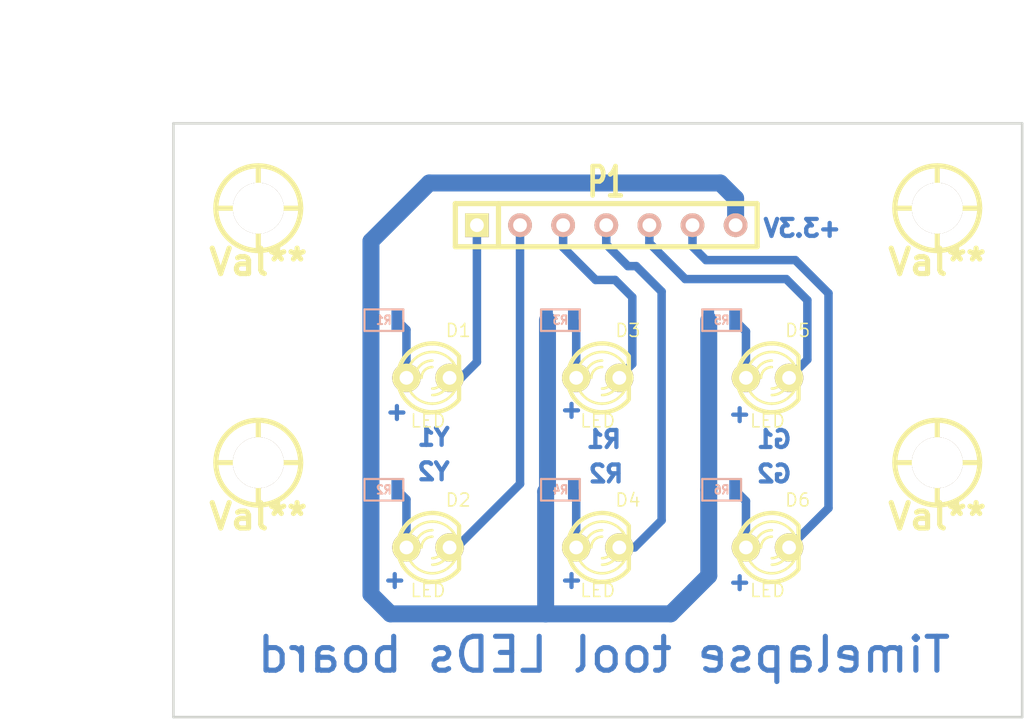
<source format=kicad_pcb>
(kicad_pcb (version 3) (host pcbnew "(2013-feb-26)-stable")

  (general
    (links 18)
    (no_connects 0)
    (area 55.730227 47.18873 83.841401 74.414001)
    (thickness 1.6)
    (drawings 20)
    (tracks 75)
    (zones 0)
    (modules 17)
    (nets 14)
  )

  (page A3)
  (layers
    (15 F.Cu signal)
    (0 B.Cu signal)
    (16 B.Adhes user)
    (17 F.Adhes user)
    (18 B.Paste user)
    (19 F.Paste user)
    (20 B.SilkS user)
    (21 F.SilkS user)
    (22 B.Mask user)
    (23 F.Mask user)
    (24 Dwgs.User user)
    (25 Cmts.User user)
    (26 Eco1.User user)
    (27 Eco2.User user)
    (28 Edge.Cuts user)
  )

  (setup
    (last_trace_width 0.5)
    (trace_clearance 0.254)
    (zone_clearance 0.508)
    (zone_45_only no)
    (trace_min 0.5)
    (segment_width 0.2)
    (edge_width 0.15)
    (via_size 0.889)
    (via_drill 0.635)
    (via_min_size 0.889)
    (via_min_drill 0.508)
    (uvia_size 0.508)
    (uvia_drill 0.127)
    (uvias_allowed no)
    (uvia_min_size 0.508)
    (uvia_min_drill 0.127)
    (pcb_text_width 0.3)
    (pcb_text_size 1 1)
    (mod_edge_width 0.15)
    (mod_text_size 1 1)
    (mod_text_width 0.15)
    (pad_size 1 1)
    (pad_drill 0.6)
    (pad_to_mask_clearance 0)
    (aux_axis_origin 0 0)
    (visible_elements FFFFFFBF)
    (pcbplotparams
      (layerselection 3178497)
      (usegerberextensions true)
      (excludeedgelayer true)
      (linewidth 152400)
      (plotframeref false)
      (viasonmask false)
      (mode 1)
      (useauxorigin false)
      (hpglpennumber 1)
      (hpglpenspeed 20)
      (hpglpendiameter 15)
      (hpglpenoverlay 2)
      (psnegative false)
      (psa4output false)
      (plotreference true)
      (plotvalue true)
      (plotothertext true)
      (plotinvisibletext false)
      (padsonsilk false)
      (subtractmaskfromsilk false)
      (outputformat 1)
      (mirror false)
      (drillshape 1)
      (scaleselection 1)
      (outputdirectory ""))
  )

  (net 0 "")
  (net 1 /+3.3V)
  (net 2 /G1)
  (net 3 /G2)
  (net 4 /R1)
  (net 5 /R2)
  (net 6 /Y1)
  (net 7 /Y2)
  (net 8 N-0000010)
  (net 9 N-0000011)
  (net 10 N-0000012)
  (net 11 N-0000013)
  (net 12 N-000007)
  (net 13 N-000008)

  (net_class Default "This is the default net class."
    (clearance 0.254)
    (trace_width 0.5)
    (via_dia 0.889)
    (via_drill 0.635)
    (uvia_dia 0.508)
    (uvia_drill 0.127)
    (add_net "")
    (add_net /G1)
    (add_net /G2)
    (add_net /R1)
    (add_net /R2)
    (add_net /Y1)
    (add_net /Y2)
    (add_net N-0000010)
    (add_net N-0000011)
    (add_net N-0000012)
    (add_net N-0000013)
    (add_net N-000007)
    (add_net N-000008)
  )

  (net_class WIDE ""
    (clearance 0.254)
    (trace_width 1)
    (via_dia 0.889)
    (via_drill 0.635)
    (uvia_dia 0.508)
    (uvia_drill 0.127)
    (add_net /+3.3V)
  )

  (module SM0603 (layer B.Cu) (tedit 4E43A3D1) (tstamp 55F14ADA)
    (at 57.4 56.6)
    (path /55F14522)
    (attr smd)
    (fp_text reference R1 (at 0 0) (layer B.SilkS)
      (effects (font (size 0.508 0.4572) (thickness 0.1143)) (justify mirror))
    )
    (fp_text value 100 (at 0 0) (layer B.SilkS) hide
      (effects (font (size 0.508 0.4572) (thickness 0.1143)) (justify mirror))
    )
    (fp_line (start -1.143 0.635) (end 1.143 0.635) (layer B.SilkS) (width 0.127))
    (fp_line (start 1.143 0.635) (end 1.143 -0.635) (layer B.SilkS) (width 0.127))
    (fp_line (start 1.143 -0.635) (end -1.143 -0.635) (layer B.SilkS) (width 0.127))
    (fp_line (start -1.143 -0.635) (end -1.143 0.635) (layer B.SilkS) (width 0.127))
    (pad 1 smd rect (at -0.762 0) (size 0.635 1.143)
      (layers B.Cu B.Paste B.Mask)
      (net 1 /+3.3V)
    )
    (pad 2 smd rect (at 0.762 0) (size 0.635 1.143)
      (layers B.Cu B.Paste B.Mask)
      (net 8 N-0000010)
    )
    (model smd\resistors\R0603.wrl
      (at (xyz 0 0 0.001))
      (scale (xyz 0.5 0.5 0.5))
      (rotate (xyz 0 0 0))
    )
  )

  (module SM0603 (layer B.Cu) (tedit 4E43A3D1) (tstamp 55F14AE4)
    (at 57.4 66.6)
    (path /55F1496F)
    (attr smd)
    (fp_text reference R2 (at 0 0) (layer B.SilkS)
      (effects (font (size 0.508 0.4572) (thickness 0.1143)) (justify mirror))
    )
    (fp_text value 100 (at 0 0) (layer B.SilkS) hide
      (effects (font (size 0.508 0.4572) (thickness 0.1143)) (justify mirror))
    )
    (fp_line (start -1.143 0.635) (end 1.143 0.635) (layer B.SilkS) (width 0.127))
    (fp_line (start 1.143 0.635) (end 1.143 -0.635) (layer B.SilkS) (width 0.127))
    (fp_line (start 1.143 -0.635) (end -1.143 -0.635) (layer B.SilkS) (width 0.127))
    (fp_line (start -1.143 -0.635) (end -1.143 0.635) (layer B.SilkS) (width 0.127))
    (pad 1 smd rect (at -0.762 0) (size 0.635 1.143)
      (layers B.Cu B.Paste B.Mask)
      (net 1 /+3.3V)
    )
    (pad 2 smd rect (at 0.762 0) (size 0.635 1.143)
      (layers B.Cu B.Paste B.Mask)
      (net 12 N-000007)
    )
    (model smd\resistors\R0603.wrl
      (at (xyz 0 0 0.001))
      (scale (xyz 0.5 0.5 0.5))
      (rotate (xyz 0 0 0))
    )
  )

  (module SM0603 (layer B.Cu) (tedit 4E43A3D1) (tstamp 55F14AEE)
    (at 67.8 56.6)
    (path /55F1497C)
    (attr smd)
    (fp_text reference R3 (at 0 0) (layer B.SilkS)
      (effects (font (size 0.508 0.4572) (thickness 0.1143)) (justify mirror))
    )
    (fp_text value 100 (at 0 0) (layer B.SilkS) hide
      (effects (font (size 0.508 0.4572) (thickness 0.1143)) (justify mirror))
    )
    (fp_line (start -1.143 0.635) (end 1.143 0.635) (layer B.SilkS) (width 0.127))
    (fp_line (start 1.143 0.635) (end 1.143 -0.635) (layer B.SilkS) (width 0.127))
    (fp_line (start 1.143 -0.635) (end -1.143 -0.635) (layer B.SilkS) (width 0.127))
    (fp_line (start -1.143 -0.635) (end -1.143 0.635) (layer B.SilkS) (width 0.127))
    (pad 1 smd rect (at -0.762 0) (size 0.635 1.143)
      (layers B.Cu B.Paste B.Mask)
      (net 1 /+3.3V)
    )
    (pad 2 smd rect (at 0.762 0) (size 0.635 1.143)
      (layers B.Cu B.Paste B.Mask)
      (net 13 N-000008)
    )
    (model smd\resistors\R0603.wrl
      (at (xyz 0 0 0.001))
      (scale (xyz 0.5 0.5 0.5))
      (rotate (xyz 0 0 0))
    )
  )

  (module SM0603 (layer B.Cu) (tedit 4E43A3D1) (tstamp 55F14AF8)
    (at 67.8 66.6)
    (path /55F14989)
    (attr smd)
    (fp_text reference R4 (at 0 0) (layer B.SilkS)
      (effects (font (size 0.508 0.4572) (thickness 0.1143)) (justify mirror))
    )
    (fp_text value 100 (at 0 0) (layer B.SilkS) hide
      (effects (font (size 0.508 0.4572) (thickness 0.1143)) (justify mirror))
    )
    (fp_line (start -1.143 0.635) (end 1.143 0.635) (layer B.SilkS) (width 0.127))
    (fp_line (start 1.143 0.635) (end 1.143 -0.635) (layer B.SilkS) (width 0.127))
    (fp_line (start 1.143 -0.635) (end -1.143 -0.635) (layer B.SilkS) (width 0.127))
    (fp_line (start -1.143 -0.635) (end -1.143 0.635) (layer B.SilkS) (width 0.127))
    (pad 1 smd rect (at -0.762 0) (size 0.635 1.143)
      (layers B.Cu B.Paste B.Mask)
      (net 1 /+3.3V)
    )
    (pad 2 smd rect (at 0.762 0) (size 0.635 1.143)
      (layers B.Cu B.Paste B.Mask)
      (net 9 N-0000011)
    )
    (model smd\resistors\R0603.wrl
      (at (xyz 0 0 0.001))
      (scale (xyz 0.5 0.5 0.5))
      (rotate (xyz 0 0 0))
    )
  )

  (module SM0603 (layer B.Cu) (tedit 4E43A3D1) (tstamp 55F14B02)
    (at 77.3 56.6)
    (path /55F14996)
    (attr smd)
    (fp_text reference R5 (at 0 0) (layer B.SilkS)
      (effects (font (size 0.508 0.4572) (thickness 0.1143)) (justify mirror))
    )
    (fp_text value 100 (at 0 0) (layer B.SilkS) hide
      (effects (font (size 0.508 0.4572) (thickness 0.1143)) (justify mirror))
    )
    (fp_line (start -1.143 0.635) (end 1.143 0.635) (layer B.SilkS) (width 0.127))
    (fp_line (start 1.143 0.635) (end 1.143 -0.635) (layer B.SilkS) (width 0.127))
    (fp_line (start 1.143 -0.635) (end -1.143 -0.635) (layer B.SilkS) (width 0.127))
    (fp_line (start -1.143 -0.635) (end -1.143 0.635) (layer B.SilkS) (width 0.127))
    (pad 1 smd rect (at -0.762 0) (size 0.635 1.143)
      (layers B.Cu B.Paste B.Mask)
      (net 1 /+3.3V)
    )
    (pad 2 smd rect (at 0.762 0) (size 0.635 1.143)
      (layers B.Cu B.Paste B.Mask)
      (net 10 N-0000012)
    )
    (model smd\resistors\R0603.wrl
      (at (xyz 0 0 0.001))
      (scale (xyz 0.5 0.5 0.5))
      (rotate (xyz 0 0 0))
    )
  )

  (module SM0603 (layer B.Cu) (tedit 4E43A3D1) (tstamp 55F14B0C)
    (at 77.3 66.6)
    (path /55F149A3)
    (attr smd)
    (fp_text reference R6 (at 0 0) (layer B.SilkS)
      (effects (font (size 0.508 0.4572) (thickness 0.1143)) (justify mirror))
    )
    (fp_text value 100 (at 0 0) (layer B.SilkS) hide
      (effects (font (size 0.508 0.4572) (thickness 0.1143)) (justify mirror))
    )
    (fp_line (start -1.143 0.635) (end 1.143 0.635) (layer B.SilkS) (width 0.127))
    (fp_line (start 1.143 0.635) (end 1.143 -0.635) (layer B.SilkS) (width 0.127))
    (fp_line (start 1.143 -0.635) (end -1.143 -0.635) (layer B.SilkS) (width 0.127))
    (fp_line (start -1.143 -0.635) (end -1.143 0.635) (layer B.SilkS) (width 0.127))
    (pad 1 smd rect (at -0.762 0) (size 0.635 1.143)
      (layers B.Cu B.Paste B.Mask)
      (net 1 /+3.3V)
    )
    (pad 2 smd rect (at 0.762 0) (size 0.635 1.143)
      (layers B.Cu B.Paste B.Mask)
      (net 11 N-0000013)
    )
    (model smd\resistors\R0603.wrl
      (at (xyz 0 0 0.001))
      (scale (xyz 0.5 0.5 0.5))
      (rotate (xyz 0 0 0))
    )
  )

  (module SIL-7 (layer F.Cu) (tedit 200000) (tstamp 55F14B1E)
    (at 70.5 51)
    (descr "Connecteur 7 pins")
    (tags "CONN DEV")
    (path /55F149BB)
    (fp_text reference P1 (at 0 -2.54) (layer F.SilkS)
      (effects (font (size 1.72974 1.08712) (thickness 0.3048)))
    )
    (fp_text value CONN_7 (at 0 -2.54) (layer F.SilkS) hide
      (effects (font (size 1.524 1.016) (thickness 0.3048)))
    )
    (fp_line (start -8.89 -1.27) (end -8.89 -1.27) (layer F.SilkS) (width 0.3048))
    (fp_line (start -8.89 -1.27) (end 8.89 -1.27) (layer F.SilkS) (width 0.3048))
    (fp_line (start 8.89 -1.27) (end 8.89 1.27) (layer F.SilkS) (width 0.3048))
    (fp_line (start 8.89 1.27) (end -8.89 1.27) (layer F.SilkS) (width 0.3048))
    (fp_line (start -8.89 1.27) (end -8.89 -1.27) (layer F.SilkS) (width 0.3048))
    (fp_line (start -6.35 1.27) (end -6.35 1.27) (layer F.SilkS) (width 0.3048))
    (fp_line (start -6.35 1.27) (end -6.35 -1.27) (layer F.SilkS) (width 0.3048))
    (pad 1 thru_hole rect (at -7.62 0) (size 1.397 1.397) (drill 0.8128)
      (layers *.Cu *.Mask F.SilkS)
      (net 6 /Y1)
    )
    (pad 2 thru_hole circle (at -5.08 0) (size 1.397 1.397) (drill 0.8128)
      (layers *.Cu *.SilkS *.Mask)
      (net 7 /Y2)
    )
    (pad 3 thru_hole circle (at -2.54 0) (size 1.397 1.397) (drill 0.8128)
      (layers *.Cu *.SilkS *.Mask)
      (net 4 /R1)
    )
    (pad 4 thru_hole circle (at 0 0) (size 1.397 1.397) (drill 0.8128)
      (layers *.Cu *.SilkS *.Mask)
      (net 5 /R2)
    )
    (pad 5 thru_hole circle (at 2.54 0) (size 1.397 1.397) (drill 0.8128)
      (layers *.Cu *.SilkS *.Mask)
      (net 2 /G1)
    )
    (pad 6 thru_hole circle (at 5.08 0) (size 1.397 1.397) (drill 0.8128)
      (layers *.Cu *.SilkS *.Mask)
      (net 3 /G2)
    )
    (pad 7 thru_hole circle (at 7.62 0) (size 1.397 1.397) (drill 0.8128)
      (layers *.Cu *.SilkS *.Mask)
      (net 1 /+3.3V)
    )
  )

  (module LED-3MM (layer F.Cu) (tedit 49BFA23B) (tstamp 55F14B37)
    (at 60 60)
    (descr "LED 3mm - Lead pitch 100mil (2,54mm)")
    (tags "LED led 3mm 3MM 100mil 2,54mm")
    (path /55F14513)
    (fp_text reference D1 (at 1.778 -2.794) (layer F.SilkS)
      (effects (font (size 0.762 0.762) (thickness 0.0889)))
    )
    (fp_text value LED (at 0 2.54) (layer F.SilkS)
      (effects (font (size 0.762 0.762) (thickness 0.0889)))
    )
    (fp_line (start 1.8288 1.27) (end 1.8288 -1.27) (layer F.SilkS) (width 0.254))
    (fp_arc (start 0.254 0) (end -1.27 0) (angle 39.8) (layer F.SilkS) (width 0.1524))
    (fp_arc (start 0.254 0) (end -0.88392 1.01092) (angle 41.6) (layer F.SilkS) (width 0.1524))
    (fp_arc (start 0.254 0) (end 1.4097 -0.9906) (angle 40.6) (layer F.SilkS) (width 0.1524))
    (fp_arc (start 0.254 0) (end 1.778 0) (angle 39.8) (layer F.SilkS) (width 0.1524))
    (fp_arc (start 0.254 0) (end 0.254 -1.524) (angle 54.4) (layer F.SilkS) (width 0.1524))
    (fp_arc (start 0.254 0) (end -0.9652 -0.9144) (angle 53.1) (layer F.SilkS) (width 0.1524))
    (fp_arc (start 0.254 0) (end 1.45542 0.93472) (angle 52.1) (layer F.SilkS) (width 0.1524))
    (fp_arc (start 0.254 0) (end 0.254 1.524) (angle 52.1) (layer F.SilkS) (width 0.1524))
    (fp_arc (start 0.254 0) (end -0.381 0) (angle 90) (layer F.SilkS) (width 0.1524))
    (fp_arc (start 0.254 0) (end -0.762 0) (angle 90) (layer F.SilkS) (width 0.1524))
    (fp_arc (start 0.254 0) (end 0.889 0) (angle 90) (layer F.SilkS) (width 0.1524))
    (fp_arc (start 0.254 0) (end 1.27 0) (angle 90) (layer F.SilkS) (width 0.1524))
    (fp_arc (start 0.254 0) (end 0.254 -2.032) (angle 50.1) (layer F.SilkS) (width 0.254))
    (fp_arc (start 0.254 0) (end -1.5367 -0.95504) (angle 61.9) (layer F.SilkS) (width 0.254))
    (fp_arc (start 0.254 0) (end 1.8034 1.31064) (angle 49.7) (layer F.SilkS) (width 0.254))
    (fp_arc (start 0.254 0) (end 0.254 2.032) (angle 60.2) (layer F.SilkS) (width 0.254))
    (fp_arc (start 0.254 0) (end -1.778 0) (angle 28.3) (layer F.SilkS) (width 0.254))
    (fp_arc (start 0.254 0) (end -1.47574 1.06426) (angle 31.6) (layer F.SilkS) (width 0.254))
    (pad 1 thru_hole circle (at -1.27 0) (size 1.6764 1.6764) (drill 0.8128)
      (layers *.Cu F.Paste F.SilkS F.Mask)
      (net 8 N-0000010)
    )
    (pad 2 thru_hole circle (at 1.27 0) (size 1.6764 1.6764) (drill 0.8128)
      (layers *.Cu F.Paste F.SilkS F.Mask)
      (net 6 /Y1)
    )
    (model discret/leds/led3_vertical_verde.wrl
      (at (xyz 0 0 0))
      (scale (xyz 1 1 1))
      (rotate (xyz 0 0 0))
    )
  )

  (module LED-3MM (layer F.Cu) (tedit 49BFA23B) (tstamp 55F14B50)
    (at 60 70)
    (descr "LED 3mm - Lead pitch 100mil (2,54mm)")
    (tags "LED led 3mm 3MM 100mil 2,54mm")
    (path /55F14969)
    (fp_text reference D2 (at 1.778 -2.794) (layer F.SilkS)
      (effects (font (size 0.762 0.762) (thickness 0.0889)))
    )
    (fp_text value LED (at 0 2.54) (layer F.SilkS)
      (effects (font (size 0.762 0.762) (thickness 0.0889)))
    )
    (fp_line (start 1.8288 1.27) (end 1.8288 -1.27) (layer F.SilkS) (width 0.254))
    (fp_arc (start 0.254 0) (end -1.27 0) (angle 39.8) (layer F.SilkS) (width 0.1524))
    (fp_arc (start 0.254 0) (end -0.88392 1.01092) (angle 41.6) (layer F.SilkS) (width 0.1524))
    (fp_arc (start 0.254 0) (end 1.4097 -0.9906) (angle 40.6) (layer F.SilkS) (width 0.1524))
    (fp_arc (start 0.254 0) (end 1.778 0) (angle 39.8) (layer F.SilkS) (width 0.1524))
    (fp_arc (start 0.254 0) (end 0.254 -1.524) (angle 54.4) (layer F.SilkS) (width 0.1524))
    (fp_arc (start 0.254 0) (end -0.9652 -0.9144) (angle 53.1) (layer F.SilkS) (width 0.1524))
    (fp_arc (start 0.254 0) (end 1.45542 0.93472) (angle 52.1) (layer F.SilkS) (width 0.1524))
    (fp_arc (start 0.254 0) (end 0.254 1.524) (angle 52.1) (layer F.SilkS) (width 0.1524))
    (fp_arc (start 0.254 0) (end -0.381 0) (angle 90) (layer F.SilkS) (width 0.1524))
    (fp_arc (start 0.254 0) (end -0.762 0) (angle 90) (layer F.SilkS) (width 0.1524))
    (fp_arc (start 0.254 0) (end 0.889 0) (angle 90) (layer F.SilkS) (width 0.1524))
    (fp_arc (start 0.254 0) (end 1.27 0) (angle 90) (layer F.SilkS) (width 0.1524))
    (fp_arc (start 0.254 0) (end 0.254 -2.032) (angle 50.1) (layer F.SilkS) (width 0.254))
    (fp_arc (start 0.254 0) (end -1.5367 -0.95504) (angle 61.9) (layer F.SilkS) (width 0.254))
    (fp_arc (start 0.254 0) (end 1.8034 1.31064) (angle 49.7) (layer F.SilkS) (width 0.254))
    (fp_arc (start 0.254 0) (end 0.254 2.032) (angle 60.2) (layer F.SilkS) (width 0.254))
    (fp_arc (start 0.254 0) (end -1.778 0) (angle 28.3) (layer F.SilkS) (width 0.254))
    (fp_arc (start 0.254 0) (end -1.47574 1.06426) (angle 31.6) (layer F.SilkS) (width 0.254))
    (pad 1 thru_hole circle (at -1.27 0) (size 1.6764 1.6764) (drill 0.8128)
      (layers *.Cu F.Paste F.SilkS F.Mask)
      (net 12 N-000007)
    )
    (pad 2 thru_hole circle (at 1.27 0) (size 1.6764 1.6764) (drill 0.8128)
      (layers *.Cu F.Paste F.SilkS F.Mask)
      (net 7 /Y2)
    )
    (model discret/leds/led3_vertical_verde.wrl
      (at (xyz 0 0 0))
      (scale (xyz 1 1 1))
      (rotate (xyz 0 0 0))
    )
  )

  (module LED-3MM (layer F.Cu) (tedit 49BFA23B) (tstamp 55F14B69)
    (at 70 60)
    (descr "LED 3mm - Lead pitch 100mil (2,54mm)")
    (tags "LED led 3mm 3MM 100mil 2,54mm")
    (path /55F14976)
    (fp_text reference D3 (at 1.778 -2.794) (layer F.SilkS)
      (effects (font (size 0.762 0.762) (thickness 0.0889)))
    )
    (fp_text value LED (at 0 2.54) (layer F.SilkS)
      (effects (font (size 0.762 0.762) (thickness 0.0889)))
    )
    (fp_line (start 1.8288 1.27) (end 1.8288 -1.27) (layer F.SilkS) (width 0.254))
    (fp_arc (start 0.254 0) (end -1.27 0) (angle 39.8) (layer F.SilkS) (width 0.1524))
    (fp_arc (start 0.254 0) (end -0.88392 1.01092) (angle 41.6) (layer F.SilkS) (width 0.1524))
    (fp_arc (start 0.254 0) (end 1.4097 -0.9906) (angle 40.6) (layer F.SilkS) (width 0.1524))
    (fp_arc (start 0.254 0) (end 1.778 0) (angle 39.8) (layer F.SilkS) (width 0.1524))
    (fp_arc (start 0.254 0) (end 0.254 -1.524) (angle 54.4) (layer F.SilkS) (width 0.1524))
    (fp_arc (start 0.254 0) (end -0.9652 -0.9144) (angle 53.1) (layer F.SilkS) (width 0.1524))
    (fp_arc (start 0.254 0) (end 1.45542 0.93472) (angle 52.1) (layer F.SilkS) (width 0.1524))
    (fp_arc (start 0.254 0) (end 0.254 1.524) (angle 52.1) (layer F.SilkS) (width 0.1524))
    (fp_arc (start 0.254 0) (end -0.381 0) (angle 90) (layer F.SilkS) (width 0.1524))
    (fp_arc (start 0.254 0) (end -0.762 0) (angle 90) (layer F.SilkS) (width 0.1524))
    (fp_arc (start 0.254 0) (end 0.889 0) (angle 90) (layer F.SilkS) (width 0.1524))
    (fp_arc (start 0.254 0) (end 1.27 0) (angle 90) (layer F.SilkS) (width 0.1524))
    (fp_arc (start 0.254 0) (end 0.254 -2.032) (angle 50.1) (layer F.SilkS) (width 0.254))
    (fp_arc (start 0.254 0) (end -1.5367 -0.95504) (angle 61.9) (layer F.SilkS) (width 0.254))
    (fp_arc (start 0.254 0) (end 1.8034 1.31064) (angle 49.7) (layer F.SilkS) (width 0.254))
    (fp_arc (start 0.254 0) (end 0.254 2.032) (angle 60.2) (layer F.SilkS) (width 0.254))
    (fp_arc (start 0.254 0) (end -1.778 0) (angle 28.3) (layer F.SilkS) (width 0.254))
    (fp_arc (start 0.254 0) (end -1.47574 1.06426) (angle 31.6) (layer F.SilkS) (width 0.254))
    (pad 1 thru_hole circle (at -1.27 0) (size 1.6764 1.6764) (drill 0.8128)
      (layers *.Cu F.Paste F.SilkS F.Mask)
      (net 13 N-000008)
    )
    (pad 2 thru_hole circle (at 1.27 0) (size 1.6764 1.6764) (drill 0.8128)
      (layers *.Cu F.Paste F.SilkS F.Mask)
      (net 4 /R1)
    )
    (model discret/leds/led3_vertical_verde.wrl
      (at (xyz 0 0 0))
      (scale (xyz 1 1 1))
      (rotate (xyz 0 0 0))
    )
  )

  (module LED-3MM (layer F.Cu) (tedit 49BFA23B) (tstamp 55F14B82)
    (at 70 70)
    (descr "LED 3mm - Lead pitch 100mil (2,54mm)")
    (tags "LED led 3mm 3MM 100mil 2,54mm")
    (path /55F14983)
    (fp_text reference D4 (at 1.778 -2.794) (layer F.SilkS)
      (effects (font (size 0.762 0.762) (thickness 0.0889)))
    )
    (fp_text value LED (at 0 2.54) (layer F.SilkS)
      (effects (font (size 0.762 0.762) (thickness 0.0889)))
    )
    (fp_line (start 1.8288 1.27) (end 1.8288 -1.27) (layer F.SilkS) (width 0.254))
    (fp_arc (start 0.254 0) (end -1.27 0) (angle 39.8) (layer F.SilkS) (width 0.1524))
    (fp_arc (start 0.254 0) (end -0.88392 1.01092) (angle 41.6) (layer F.SilkS) (width 0.1524))
    (fp_arc (start 0.254 0) (end 1.4097 -0.9906) (angle 40.6) (layer F.SilkS) (width 0.1524))
    (fp_arc (start 0.254 0) (end 1.778 0) (angle 39.8) (layer F.SilkS) (width 0.1524))
    (fp_arc (start 0.254 0) (end 0.254 -1.524) (angle 54.4) (layer F.SilkS) (width 0.1524))
    (fp_arc (start 0.254 0) (end -0.9652 -0.9144) (angle 53.1) (layer F.SilkS) (width 0.1524))
    (fp_arc (start 0.254 0) (end 1.45542 0.93472) (angle 52.1) (layer F.SilkS) (width 0.1524))
    (fp_arc (start 0.254 0) (end 0.254 1.524) (angle 52.1) (layer F.SilkS) (width 0.1524))
    (fp_arc (start 0.254 0) (end -0.381 0) (angle 90) (layer F.SilkS) (width 0.1524))
    (fp_arc (start 0.254 0) (end -0.762 0) (angle 90) (layer F.SilkS) (width 0.1524))
    (fp_arc (start 0.254 0) (end 0.889 0) (angle 90) (layer F.SilkS) (width 0.1524))
    (fp_arc (start 0.254 0) (end 1.27 0) (angle 90) (layer F.SilkS) (width 0.1524))
    (fp_arc (start 0.254 0) (end 0.254 -2.032) (angle 50.1) (layer F.SilkS) (width 0.254))
    (fp_arc (start 0.254 0) (end -1.5367 -0.95504) (angle 61.9) (layer F.SilkS) (width 0.254))
    (fp_arc (start 0.254 0) (end 1.8034 1.31064) (angle 49.7) (layer F.SilkS) (width 0.254))
    (fp_arc (start 0.254 0) (end 0.254 2.032) (angle 60.2) (layer F.SilkS) (width 0.254))
    (fp_arc (start 0.254 0) (end -1.778 0) (angle 28.3) (layer F.SilkS) (width 0.254))
    (fp_arc (start 0.254 0) (end -1.47574 1.06426) (angle 31.6) (layer F.SilkS) (width 0.254))
    (pad 1 thru_hole circle (at -1.27 0) (size 1.6764 1.6764) (drill 0.8128)
      (layers *.Cu F.Paste F.SilkS F.Mask)
      (net 9 N-0000011)
    )
    (pad 2 thru_hole circle (at 1.27 0) (size 1.6764 1.6764) (drill 0.8128)
      (layers *.Cu F.Paste F.SilkS F.Mask)
      (net 5 /R2)
    )
    (model discret/leds/led3_vertical_verde.wrl
      (at (xyz 0 0 0))
      (scale (xyz 1 1 1))
      (rotate (xyz 0 0 0))
    )
  )

  (module LED-3MM (layer F.Cu) (tedit 49BFA23B) (tstamp 55F14B9B)
    (at 80 60)
    (descr "LED 3mm - Lead pitch 100mil (2,54mm)")
    (tags "LED led 3mm 3MM 100mil 2,54mm")
    (path /55F14990)
    (fp_text reference D5 (at 1.778 -2.794) (layer F.SilkS)
      (effects (font (size 0.762 0.762) (thickness 0.0889)))
    )
    (fp_text value LED (at 0 2.54) (layer F.SilkS)
      (effects (font (size 0.762 0.762) (thickness 0.0889)))
    )
    (fp_line (start 1.8288 1.27) (end 1.8288 -1.27) (layer F.SilkS) (width 0.254))
    (fp_arc (start 0.254 0) (end -1.27 0) (angle 39.8) (layer F.SilkS) (width 0.1524))
    (fp_arc (start 0.254 0) (end -0.88392 1.01092) (angle 41.6) (layer F.SilkS) (width 0.1524))
    (fp_arc (start 0.254 0) (end 1.4097 -0.9906) (angle 40.6) (layer F.SilkS) (width 0.1524))
    (fp_arc (start 0.254 0) (end 1.778 0) (angle 39.8) (layer F.SilkS) (width 0.1524))
    (fp_arc (start 0.254 0) (end 0.254 -1.524) (angle 54.4) (layer F.SilkS) (width 0.1524))
    (fp_arc (start 0.254 0) (end -0.9652 -0.9144) (angle 53.1) (layer F.SilkS) (width 0.1524))
    (fp_arc (start 0.254 0) (end 1.45542 0.93472) (angle 52.1) (layer F.SilkS) (width 0.1524))
    (fp_arc (start 0.254 0) (end 0.254 1.524) (angle 52.1) (layer F.SilkS) (width 0.1524))
    (fp_arc (start 0.254 0) (end -0.381 0) (angle 90) (layer F.SilkS) (width 0.1524))
    (fp_arc (start 0.254 0) (end -0.762 0) (angle 90) (layer F.SilkS) (width 0.1524))
    (fp_arc (start 0.254 0) (end 0.889 0) (angle 90) (layer F.SilkS) (width 0.1524))
    (fp_arc (start 0.254 0) (end 1.27 0) (angle 90) (layer F.SilkS) (width 0.1524))
    (fp_arc (start 0.254 0) (end 0.254 -2.032) (angle 50.1) (layer F.SilkS) (width 0.254))
    (fp_arc (start 0.254 0) (end -1.5367 -0.95504) (angle 61.9) (layer F.SilkS) (width 0.254))
    (fp_arc (start 0.254 0) (end 1.8034 1.31064) (angle 49.7) (layer F.SilkS) (width 0.254))
    (fp_arc (start 0.254 0) (end 0.254 2.032) (angle 60.2) (layer F.SilkS) (width 0.254))
    (fp_arc (start 0.254 0) (end -1.778 0) (angle 28.3) (layer F.SilkS) (width 0.254))
    (fp_arc (start 0.254 0) (end -1.47574 1.06426) (angle 31.6) (layer F.SilkS) (width 0.254))
    (pad 1 thru_hole circle (at -1.27 0) (size 1.6764 1.6764) (drill 0.8128)
      (layers *.Cu F.Paste F.SilkS F.Mask)
      (net 10 N-0000012)
    )
    (pad 2 thru_hole circle (at 1.27 0) (size 1.6764 1.6764) (drill 0.8128)
      (layers *.Cu F.Paste F.SilkS F.Mask)
      (net 2 /G1)
    )
    (model discret/leds/led3_vertical_verde.wrl
      (at (xyz 0 0 0))
      (scale (xyz 1 1 1))
      (rotate (xyz 0 0 0))
    )
  )

  (module LED-3MM (layer F.Cu) (tedit 49BFA23B) (tstamp 55F14BB4)
    (at 80 70)
    (descr "LED 3mm - Lead pitch 100mil (2,54mm)")
    (tags "LED led 3mm 3MM 100mil 2,54mm")
    (path /55F1499D)
    (fp_text reference D6 (at 1.778 -2.794) (layer F.SilkS)
      (effects (font (size 0.762 0.762) (thickness 0.0889)))
    )
    (fp_text value LED (at 0 2.54) (layer F.SilkS)
      (effects (font (size 0.762 0.762) (thickness 0.0889)))
    )
    (fp_line (start 1.8288 1.27) (end 1.8288 -1.27) (layer F.SilkS) (width 0.254))
    (fp_arc (start 0.254 0) (end -1.27 0) (angle 39.8) (layer F.SilkS) (width 0.1524))
    (fp_arc (start 0.254 0) (end -0.88392 1.01092) (angle 41.6) (layer F.SilkS) (width 0.1524))
    (fp_arc (start 0.254 0) (end 1.4097 -0.9906) (angle 40.6) (layer F.SilkS) (width 0.1524))
    (fp_arc (start 0.254 0) (end 1.778 0) (angle 39.8) (layer F.SilkS) (width 0.1524))
    (fp_arc (start 0.254 0) (end 0.254 -1.524) (angle 54.4) (layer F.SilkS) (width 0.1524))
    (fp_arc (start 0.254 0) (end -0.9652 -0.9144) (angle 53.1) (layer F.SilkS) (width 0.1524))
    (fp_arc (start 0.254 0) (end 1.45542 0.93472) (angle 52.1) (layer F.SilkS) (width 0.1524))
    (fp_arc (start 0.254 0) (end 0.254 1.524) (angle 52.1) (layer F.SilkS) (width 0.1524))
    (fp_arc (start 0.254 0) (end -0.381 0) (angle 90) (layer F.SilkS) (width 0.1524))
    (fp_arc (start 0.254 0) (end -0.762 0) (angle 90) (layer F.SilkS) (width 0.1524))
    (fp_arc (start 0.254 0) (end 0.889 0) (angle 90) (layer F.SilkS) (width 0.1524))
    (fp_arc (start 0.254 0) (end 1.27 0) (angle 90) (layer F.SilkS) (width 0.1524))
    (fp_arc (start 0.254 0) (end 0.254 -2.032) (angle 50.1) (layer F.SilkS) (width 0.254))
    (fp_arc (start 0.254 0) (end -1.5367 -0.95504) (angle 61.9) (layer F.SilkS) (width 0.254))
    (fp_arc (start 0.254 0) (end 1.8034 1.31064) (angle 49.7) (layer F.SilkS) (width 0.254))
    (fp_arc (start 0.254 0) (end 0.254 2.032) (angle 60.2) (layer F.SilkS) (width 0.254))
    (fp_arc (start 0.254 0) (end -1.778 0) (angle 28.3) (layer F.SilkS) (width 0.254))
    (fp_arc (start 0.254 0) (end -1.47574 1.06426) (angle 31.6) (layer F.SilkS) (width 0.254))
    (pad 1 thru_hole circle (at -1.27 0) (size 1.6764 1.6764) (drill 0.8128)
      (layers *.Cu F.Paste F.SilkS F.Mask)
      (net 11 N-0000013)
    )
    (pad 2 thru_hole circle (at 1.27 0) (size 1.6764 1.6764) (drill 0.8128)
      (layers *.Cu F.Paste F.SilkS F.Mask)
      (net 3 /G2)
    )
    (model discret/leds/led3_vertical_verde.wrl
      (at (xyz 0 0 0))
      (scale (xyz 1 1 1))
      (rotate (xyz 0 0 0))
    )
  )

  (module hole_3mm (layer F.Cu) (tedit 547491FA) (tstamp 55F15D5E)
    (at 90 65)
    (fp_text reference hole_3mm (at 0 -2.54) (layer F.SilkS) hide
      (effects (font (size 1.5 1.5) (thickness 0.3)))
    )
    (fp_text value Val** (at 0 3.175) (layer F.SilkS)
      (effects (font (size 1.5 1.5) (thickness 0.3)))
    )
    (fp_line (start 0 2.5) (end 0 1.5) (layer F.SilkS) (width 0.3))
    (fp_line (start -2.5 0) (end -1.5 0) (layer F.SilkS) (width 0.3))
    (fp_line (start 2.5 0) (end 1.5 0) (layer F.SilkS) (width 0.3))
    (fp_line (start 0 -1.5) (end 0 -2.5) (layer F.SilkS) (width 0.3))
    (fp_circle (center 0 0) (end 2.5 0) (layer F.SilkS) (width 0.3))
    (pad "" thru_hole circle (at 0 0) (size 3 3) (drill 3)
      (layers *.Cu F.SilkS)
    )
  )

  (module hole_3mm (layer F.Cu) (tedit 547491FA) (tstamp 55F15D75)
    (at 50 65)
    (fp_text reference hole_3mm (at 0 -2.54) (layer F.SilkS) hide
      (effects (font (size 1.5 1.5) (thickness 0.3)))
    )
    (fp_text value Val** (at 0 3.175) (layer F.SilkS)
      (effects (font (size 1.5 1.5) (thickness 0.3)))
    )
    (fp_line (start 0 2.5) (end 0 1.5) (layer F.SilkS) (width 0.3))
    (fp_line (start -2.5 0) (end -1.5 0) (layer F.SilkS) (width 0.3))
    (fp_line (start 2.5 0) (end 1.5 0) (layer F.SilkS) (width 0.3))
    (fp_line (start 0 -1.5) (end 0 -2.5) (layer F.SilkS) (width 0.3))
    (fp_circle (center 0 0) (end 2.5 0) (layer F.SilkS) (width 0.3))
    (pad "" thru_hole circle (at 0 0) (size 3 3) (drill 3)
      (layers *.Cu F.SilkS)
    )
  )

  (module hole_3mm (layer F.Cu) (tedit 547491FA) (tstamp 55F15D88)
    (at 50 50)
    (fp_text reference hole_3mm (at 0 -2.54) (layer F.SilkS) hide
      (effects (font (size 1.5 1.5) (thickness 0.3)))
    )
    (fp_text value Val** (at 0 3.175) (layer F.SilkS)
      (effects (font (size 1.5 1.5) (thickness 0.3)))
    )
    (fp_line (start 0 2.5) (end 0 1.5) (layer F.SilkS) (width 0.3))
    (fp_line (start -2.5 0) (end -1.5 0) (layer F.SilkS) (width 0.3))
    (fp_line (start 2.5 0) (end 1.5 0) (layer F.SilkS) (width 0.3))
    (fp_line (start 0 -1.5) (end 0 -2.5) (layer F.SilkS) (width 0.3))
    (fp_circle (center 0 0) (end 2.5 0) (layer F.SilkS) (width 0.3))
    (pad "" thru_hole circle (at 0 0) (size 3 3) (drill 3)
      (layers *.Cu F.SilkS)
    )
  )

  (module hole_3mm (layer F.Cu) (tedit 547491FA) (tstamp 55F15D9B)
    (at 90 50)
    (fp_text reference hole_3mm (at 0 -2.54) (layer F.SilkS) hide
      (effects (font (size 1.5 1.5) (thickness 0.3)))
    )
    (fp_text value Val** (at 0 3.175) (layer F.SilkS)
      (effects (font (size 1.5 1.5) (thickness 0.3)))
    )
    (fp_line (start 0 2.5) (end 0 1.5) (layer F.SilkS) (width 0.3))
    (fp_line (start -2.5 0) (end -1.5 0) (layer F.SilkS) (width 0.3))
    (fp_line (start 2.5 0) (end 1.5 0) (layer F.SilkS) (width 0.3))
    (fp_line (start 0 -1.5) (end 0 -2.5) (layer F.SilkS) (width 0.3))
    (fp_circle (center 0 0) (end 2.5 0) (layer F.SilkS) (width 0.3))
    (pad "" thru_hole circle (at 0 0) (size 3 3) (drill 3)
      (layers *.Cu F.SilkS)
    )
  )

  (dimension 35 (width 0.25) (layer Dwgs.User)
    (gr_text "35.000 mm" (at 39.000001 62.5 270) (layer Dwgs.User)
      (effects (font (size 1 1) (thickness 0.25)))
    )
    (feature1 (pts (xy 45 80) (xy 38.000001 80)))
    (feature2 (pts (xy 45 45) (xy 38.000001 45)))
    (crossbar (pts (xy 40.000001 45) (xy 40.000001 80)))
    (arrow1a (pts (xy 40.000001 80) (xy 39.413581 78.873497)))
    (arrow1b (pts (xy 40.000001 80) (xy 40.586421 78.873497)))
    (arrow2a (pts (xy 40.000001 45) (xy 39.413581 46.126503)))
    (arrow2b (pts (xy 40.000001 45) (xy 40.586421 46.126503)))
  )
  (dimension 50 (width 0.25) (layer Dwgs.User)
    (gr_text "50.000 mm" (at 70 39.000001) (layer Dwgs.User)
      (effects (font (size 1 1) (thickness 0.25)))
    )
    (feature1 (pts (xy 95 45) (xy 95 38.000001)))
    (feature2 (pts (xy 45 45) (xy 45 38.000001)))
    (crossbar (pts (xy 45 40.000001) (xy 95 40.000001)))
    (arrow1a (pts (xy 95 40.000001) (xy 93.873497 40.586421)))
    (arrow1b (pts (xy 95 40.000001) (xy 93.873497 39.413581)))
    (arrow2a (pts (xy 45 40.000001) (xy 46.126503 40.586421)))
    (arrow2b (pts (xy 45 40.000001) (xy 46.126503 39.413581)))
  )
  (gr_line (start 45 80) (end 45 45) (angle 90) (layer Edge.Cuts) (width 0.15))
  (gr_line (start 95 80) (end 45 80) (angle 90) (layer Edge.Cuts) (width 0.15))
  (gr_line (start 95 45) (end 95 80) (angle 90) (layer Edge.Cuts) (width 0.15))
  (gr_line (start 45 45) (end 95 45) (angle 90) (layer Edge.Cuts) (width 0.15))
  (gr_text "Timelapse tool LEDs board" (at 70.358 76.327) (layer B.Cu)
    (effects (font (size 2 2) (thickness 0.3)) (justify mirror))
  )
  (gr_text + (at 58.039 71.882) (layer B.Cu)
    (effects (font (size 1 1) (thickness 0.25)) (justify mirror))
  )
  (gr_text + (at 58.166 61.976) (layer B.Cu)
    (effects (font (size 1 1) (thickness 0.25)) (justify mirror))
  )
  (gr_text + (at 68.453 61.849) (layer B.Cu)
    (effects (font (size 1 1) (thickness 0.25)) (justify mirror))
  )
  (gr_text + (at 68.453 71.882) (layer B.Cu)
    (effects (font (size 1 1) (thickness 0.25)) (justify mirror))
  )
  (gr_text + (at 78.359 72.009) (layer B.Cu)
    (effects (font (size 1 1) (thickness 0.25)) (justify mirror))
  )
  (gr_text + (at 78.359 62.103) (layer B.Cu)
    (effects (font (size 1 1) (thickness 0.25)) (justify mirror))
  )
  (gr_text +3.3V (at 82.042 51.181) (layer B.Cu)
    (effects (font (size 1 1) (thickness 0.25)) (justify mirror))
  )
  (gr_text G2 (at 80.391 65.659) (layer B.Cu)
    (effects (font (size 1 1) (thickness 0.25)) (justify mirror))
  )
  (gr_text G1 (at 80.391 63.627) (layer B.Cu)
    (effects (font (size 1 1) (thickness 0.25)) (justify mirror))
  )
  (gr_text R1 (at 70.358 63.627) (layer B.Cu)
    (effects (font (size 1 1) (thickness 0.25)) (justify mirror))
  )
  (gr_text R2 (at 70.485 65.659) (layer B.Cu)
    (effects (font (size 1 1) (thickness 0.25)) (justify mirror))
  )
  (gr_text Y2 (at 60.325 65.532) (layer B.Cu)
    (effects (font (size 1 1) (thickness 0.25)) (justify mirror))
  )
  (gr_text Y1 (at 60.325 63.5) (layer B.Cu)
    (effects (font (size 1 1) (thickness 0.25)) (justify mirror))
  )

  (segment (start 66.929 73.914) (end 66.929 66.709) (width 1) (layer B.Cu) (net 1))
  (segment (start 66.929 66.709) (end 67.038 66.6) (width 1) (layer B.Cu) (net 1) (tstamp 55F14EC4))
  (segment (start 67.038 66.6) (end 67.038 56.6) (width 1) (layer B.Cu) (net 1) (tstamp 55F14EC5))
  (segment (start 78.12 51) (end 78.12 49.418) (width 1) (layer B.Cu) (net 1))
  (segment (start 78.12 49.418) (end 77.216 48.514) (width 1) (layer B.Cu) (net 1) (tstamp 55F14EB6))
  (segment (start 77.216 48.514) (end 60.071 48.514) (width 1) (layer B.Cu) (net 1) (tstamp 55F14EB7))
  (segment (start 60.071 48.514) (end 56.638 51.947) (width 1) (layer B.Cu) (net 1) (tstamp 55F14EB8))
  (segment (start 56.638 51.947) (end 56.638 66.6) (width 1) (layer B.Cu) (net 1) (tstamp 55F14EB9))
  (segment (start 56.638 66.6) (end 56.638 72.767) (width 1) (layer B.Cu) (net 1) (tstamp 55F14EBA))
  (segment (start 56.638 72.767) (end 57.785 73.914) (width 1) (layer B.Cu) (net 1) (tstamp 55F14EBB))
  (segment (start 57.785 73.914) (end 66.929 73.914) (width 1) (layer B.Cu) (net 1) (tstamp 55F14EBC))
  (segment (start 66.929 73.914) (end 74.295 73.914) (width 1) (layer B.Cu) (net 1) (tstamp 55F14EC2))
  (segment (start 74.295 73.914) (end 76.538 71.671) (width 1) (layer B.Cu) (net 1) (tstamp 55F14EBD))
  (segment (start 76.538 71.671) (end 76.538 66.6) (width 1) (layer B.Cu) (net 1) (tstamp 55F14EBE))
  (segment (start 76.538 66.6) (end 76.538 56.6) (width 1) (layer B.Cu) (net 1) (tstamp 55F14EBF))
  (segment (start 56.638 56.6) (end 56.638 51.947) (width 0.5) (layer B.Cu) (net 1))
  (segment (start 77.216 48.514) (end 78.12 49.418) (width 0.5) (layer B.Cu) (net 1) (tstamp 55F14EAB))
  (segment (start 60.071 48.514) (end 77.216 48.514) (width 0.5) (layer B.Cu) (net 1) (tstamp 55F14EA9))
  (segment (start 56.638 51.947) (end 60.071 48.514) (width 0.5) (layer B.Cu) (net 1) (tstamp 55F14EA7))
  (segment (start 67.038 66.6) (end 67.038 73.914) (width 0.5) (layer B.Cu) (net 1))
  (segment (start 56.638 66.6) (end 56.638 72.767) (width 0.5) (layer B.Cu) (net 1))
  (segment (start 56.638 72.767) (end 57.785 73.914) (width 0.5) (layer B.Cu) (net 1) (tstamp 55F14E9C))
  (segment (start 57.785 73.914) (end 67.038 73.914) (width 0.5) (layer B.Cu) (net 1) (tstamp 55F14E9D))
  (segment (start 76.538 71.544) (end 76.538 66.6) (width 0.5) (layer B.Cu) (net 1) (tstamp 55F14E9F))
  (segment (start 67.038 73.914) (end 74.168 73.914) (width 0.5) (layer B.Cu) (net 1) (tstamp 55F14EA5))
  (segment (start 74.168 73.914) (end 76.538 71.544) (width 0.5) (layer B.Cu) (net 1) (tstamp 55F14E9E))
  (segment (start 56.638 66.6) (end 56.638 56.6) (width 0.5) (layer B.Cu) (net 1))
  (segment (start 67.038 66.6) (end 67.038 56.6) (width 0.5) (layer B.Cu) (net 1))
  (segment (start 76.538 66.6) (end 76.538 56.6) (width 0.5) (layer B.Cu) (net 1))
  (segment (start 73.04 51) (end 73.04 52.0596) (width 0.5) (layer B.Cu) (net 2))
  (segment (start 82.3468 58.9232) (end 81.27 60) (width 0.5) (layer B.Cu) (net 2) (tstamp 55F14E12))
  (segment (start 82.3468 55.4228) (end 82.3468 58.9232) (width 0.5) (layer B.Cu) (net 2) (tstamp 55F14E11))
  (segment (start 81.1022 54.1782) (end 82.3468 55.4228) (width 0.5) (layer B.Cu) (net 2) (tstamp 55F14E10))
  (segment (start 75.1586 54.1782) (end 81.1022 54.1782) (width 0.5) (layer B.Cu) (net 2) (tstamp 55F14E0F))
  (segment (start 73.04 52.0596) (end 75.1586 54.1782) (width 0.5) (layer B.Cu) (net 2) (tstamp 55F14E0E))
  (segment (start 75.58 51) (end 75.58 52.2628) (width 0.5) (layer B.Cu) (net 3))
  (segment (start 83.5914 67.6786) (end 81.27 70) (width 0.5) (layer B.Cu) (net 3) (tstamp 55F14E1A))
  (segment (start 83.5914 55.0164) (end 83.5914 67.6786) (width 0.5) (layer B.Cu) (net 3) (tstamp 55F14E19))
  (segment (start 81.6356 53.0606) (end 83.5914 55.0164) (width 0.5) (layer B.Cu) (net 3) (tstamp 55F14E17))
  (segment (start 76.3778 53.0606) (end 81.6356 53.0606) (width 0.5) (layer B.Cu) (net 3) (tstamp 55F14E16))
  (segment (start 75.58 52.2628) (end 76.3778 53.0606) (width 0.5) (layer B.Cu) (net 3) (tstamp 55F14E15))
  (segment (start 71.27 60) (end 71.27 59.9464) (width 0.5) (layer B.Cu) (net 4))
  (segment (start 67.96 52.3136) (end 67.96 51) (width 0.5) (layer B.Cu) (net 4) (tstamp 55F14DF9))
  (segment (start 69.8754 54.229) (end 67.96 52.3136) (width 0.5) (layer B.Cu) (net 4) (tstamp 55F14DF8))
  (segment (start 71.0184 54.229) (end 69.8754 54.229) (width 0.5) (layer B.Cu) (net 4) (tstamp 55F14DF7))
  (segment (start 72.0344 55.245) (end 71.0184 54.229) (width 0.5) (layer B.Cu) (net 4) (tstamp 55F14DF6))
  (segment (start 72.0344 59.182) (end 72.0344 55.245) (width 0.5) (layer B.Cu) (net 4) (tstamp 55F14DF5))
  (segment (start 71.27 59.9464) (end 72.0344 59.182) (width 0.5) (layer B.Cu) (net 4) (tstamp 55F14DF4))
  (segment (start 71.27 70) (end 72.1638 70) (width 0.5) (layer B.Cu) (net 5))
  (segment (start 70.5 52.1358) (end 70.5 51) (width 0.5) (layer B.Cu) (net 5) (tstamp 55F14DF1))
  (segment (start 71.7804 53.4162) (end 70.5 52.1358) (width 0.5) (layer B.Cu) (net 5) (tstamp 55F14DF0))
  (segment (start 72.263 53.4162) (end 71.7804 53.4162) (width 0.5) (layer B.Cu) (net 5) (tstamp 55F14DEF))
  (segment (start 73.7616 54.9148) (end 72.263 53.4162) (width 0.5) (layer B.Cu) (net 5) (tstamp 55F14DEE))
  (segment (start 73.7616 68.4022) (end 73.7616 54.9148) (width 0.5) (layer B.Cu) (net 5) (tstamp 55F14DED))
  (segment (start 72.1638 70) (end 73.7616 68.4022) (width 0.5) (layer B.Cu) (net 5) (tstamp 55F14DEC))
  (segment (start 61.27 60) (end 61.9454 60) (width 0.5) (layer B.Cu) (net 6))
  (segment (start 61.9454 60) (end 62.88 59.0654) (width 0.5) (layer B.Cu) (net 6) (tstamp 55F14DCD))
  (segment (start 62.88 59.0654) (end 62.88 51) (width 0.5) (layer B.Cu) (net 6) (tstamp 55F14DCE))
  (segment (start 62.88 59.0654) (end 62.88 51) (width 0.254) (layer B.Cu) (net 6) (tstamp 55F14DB4))
  (segment (start 61.9454 60) (end 62.88 59.0654) (width 0.254) (layer B.Cu) (net 6) (tstamp 55F14DB3))
  (segment (start 61.27 70) (end 61.6736 70) (width 0.5) (layer B.Cu) (net 7))
  (segment (start 65.42 66.2536) (end 65.42 51) (width 0.5) (layer B.Cu) (net 7) (tstamp 55F14DDE))
  (segment (start 61.6736 70) (end 65.42 66.2536) (width 0.5) (layer B.Cu) (net 7) (tstamp 55F14DDD))
  (segment (start 58.73 60) (end 58.73 57.168) (width 0.5) (layer B.Cu) (net 8))
  (segment (start 58.73 57.168) (end 58.162 56.6) (width 0.5) (layer B.Cu) (net 8) (tstamp 55F14E8B))
  (segment (start 68.73 70) (end 68.73 66.768) (width 0.5) (layer B.Cu) (net 9))
  (segment (start 68.73 66.768) (end 68.562 66.6) (width 0.5) (layer B.Cu) (net 9) (tstamp 55F14E93))
  (segment (start 78.73 60) (end 78.73 57.268) (width 0.5) (layer B.Cu) (net 10))
  (segment (start 78.73 57.268) (end 78.062 56.6) (width 0.5) (layer B.Cu) (net 10) (tstamp 55F14E78))
  (segment (start 78.73 70) (end 78.73 67.268) (width 0.5) (layer B.Cu) (net 11))
  (segment (start 78.73 67.268) (end 78.062 66.6) (width 0.5) (layer B.Cu) (net 11) (tstamp 55F14E7B))
  (segment (start 58.73 70) (end 58.73 67.168) (width 0.5) (layer B.Cu) (net 12))
  (segment (start 58.73 67.168) (end 58.162 66.6) (width 0.5) (layer B.Cu) (net 12) (tstamp 55F14E88))
  (segment (start 68.73 60) (end 68.73 56.768) (width 0.5) (layer B.Cu) (net 13))
  (segment (start 68.73 56.768) (end 68.562 56.6) (width 0.5) (layer B.Cu) (net 13) (tstamp 55F14E84))

)

</source>
